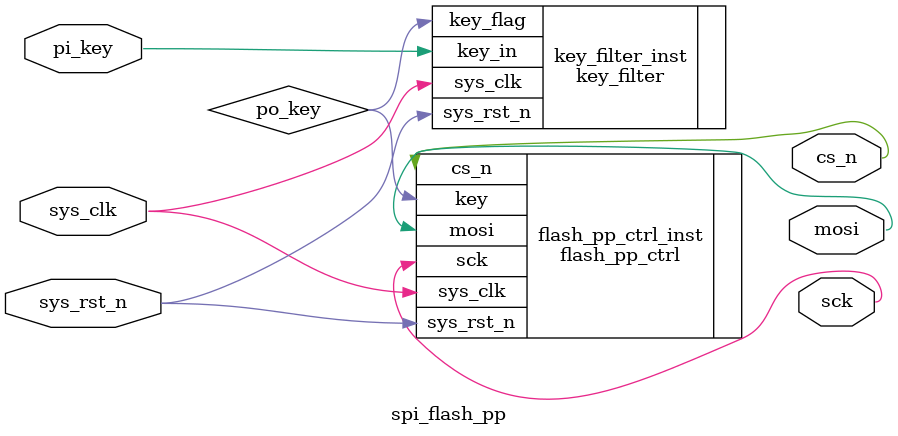
<source format=v>
`timescale  1ns/1ns

module  spi_flash_pp
(
    input   wire    sys_clk     ,   //系统时钟，频率50MHz
    input   wire    sys_rst_n   ,   //复位信号,低电平有效
    input   wire    pi_key      ,   //按键输入信号

    output  wire    cs_n        ,   //片选信号
    output  wire    sck         ,   //串行时钟
    output  wire    mosi            //主输出从输入数据
);

//********************************************************************//
//****************** Parameter and Internal Signal *******************//
//********************************************************************//
//parameter define
parameter   CNT_MAX =   20'd999_999;    //计数器计数最大值

//wire  define
wire    po_key  ;

//********************************************************************//
//*************************** Instantiation **************************//
//********************************************************************//
//------------- key_filter_inst -------------
key_filter
#(
    .CNT_MAX    (CNT_MAX    )   //计数器计数最大值
)
key_filter_inst
(
    .sys_clk    (sys_clk    ),  //系统时钟，频率50MHz
    .sys_rst_n  (sys_rst_n  ),  //复位信号,低电平有效
    .key_in     (pi_key     ),  //按键输入信号

    .key_flag   (po_key     )   //消抖后信号
);

//------------- flash_pp_ctrl_inst -------------
flash_pp_ctrl  flash_pp_ctrl_inst
(
    .sys_clk    (sys_clk    ),  //系统时钟，频率50MHz
    .sys_rst_n  (sys_rst_n  ),  //复位信号,低电平有效
    .key        (po_key     ),  //按键输入信号
                                
    .sck        (sck        ),  //片选信号
    .cs_n       (cs_n       ),  //串行时钟
    .mosi       (mosi       )   //主输出从输入数据
);

endmodule

</source>
